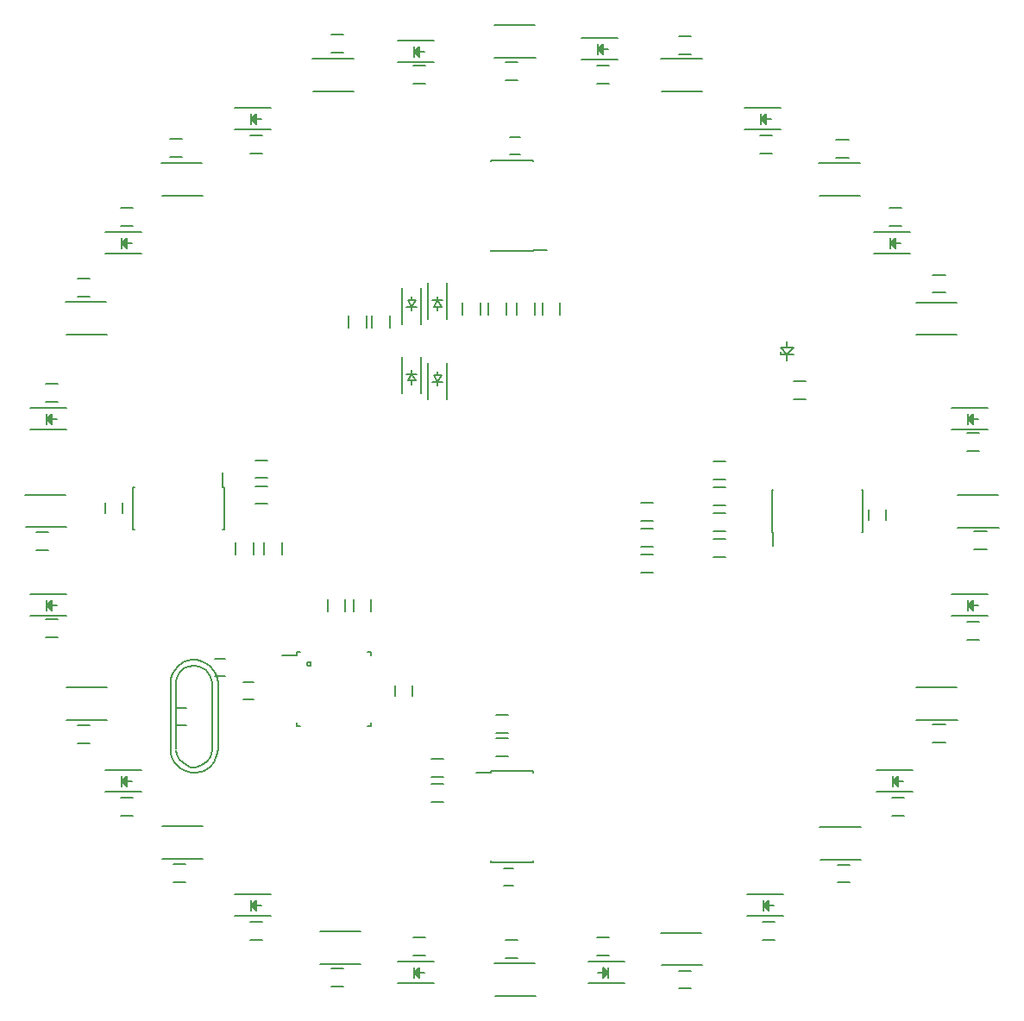
<source format=gbr>
G04 #@! TF.FileFunction,Legend,Top*
%FSLAX46Y46*%
G04 Gerber Fmt 4.6, Leading zero omitted, Abs format (unit mm)*
G04 Created by KiCad (PCBNEW 4.0.2+e4-6225~38~ubuntu14.04.1-stable) date Di 12 Jul 2016 12:55:20 CEST*
%MOMM*%
G01*
G04 APERTURE LIST*
%ADD10C,0.100000*%
%ADD11C,0.200000*%
%ADD12C,0.150000*%
G04 APERTURE END LIST*
D10*
D11*
X80316381Y-115011200D02*
G75*
G03X80316381Y-115011200I-204781J0D01*
G01*
D12*
X98324680Y-55473550D02*
X102324680Y-55473550D01*
X98274680Y-52273550D02*
X102274680Y-52273550D01*
X67833240Y-115443000D02*
X68234560Y-115242340D01*
X68234560Y-115242340D02*
X68834000Y-115140740D01*
X68834000Y-115140740D02*
X69334380Y-115242340D01*
X69334380Y-115242340D02*
X70032880Y-115641120D01*
X70032880Y-115641120D02*
X70434200Y-116243100D01*
X70434200Y-116243100D02*
X70634860Y-116842540D01*
X70634860Y-116842540D02*
X70634860Y-123441460D01*
X70634860Y-123441460D02*
X70434200Y-124142500D01*
X70434200Y-124142500D02*
X70134480Y-124541280D01*
X70134480Y-124541280D02*
X69634100Y-124942600D01*
X69634100Y-124942600D02*
X69034660Y-125143260D01*
X69034660Y-125143260D02*
X68534280Y-125143260D01*
X68534280Y-125143260D02*
X68033900Y-124942600D01*
X68033900Y-124942600D02*
X67434460Y-124442220D01*
X67434460Y-124442220D02*
X67134740Y-123941840D01*
X67134740Y-123941840D02*
X67033140Y-123441460D01*
X67033140Y-123342400D02*
X67033140Y-116740940D01*
X67033140Y-116740940D02*
X67134740Y-116342160D01*
X67134740Y-116342160D02*
X67434460Y-115841780D01*
X67434460Y-115841780D02*
X67934840Y-115341400D01*
X66504820Y-123332240D02*
X66553080Y-123791980D01*
X66553080Y-123791980D02*
X66664840Y-124190760D01*
X66664840Y-124190760D02*
X66883280Y-124622560D01*
X66883280Y-124622560D02*
X67114420Y-124912120D01*
X67114420Y-124912120D02*
X67464940Y-125242320D01*
X67464940Y-125242320D02*
X68003420Y-125531880D01*
X68003420Y-125531880D02*
X68602860Y-125661420D01*
X68602860Y-125661420D02*
X69113400Y-125661420D01*
X69113400Y-125661420D02*
X69814440Y-125491240D01*
X69814440Y-125491240D02*
X70403720Y-125092460D01*
X70403720Y-125092460D02*
X70774560Y-124632720D01*
X70774560Y-124632720D02*
X70982840Y-124211080D01*
X70982840Y-124211080D02*
X71142860Y-123761500D01*
X71142860Y-123761500D02*
X71173340Y-123322080D01*
X70954900Y-115981480D02*
X70733920Y-115603020D01*
X70733920Y-115603020D02*
X70454520Y-115282980D01*
X70454520Y-115282980D02*
X70124320Y-115031520D01*
X70124320Y-115031520D02*
X69573140Y-114731800D01*
X69573140Y-114731800D02*
X69103240Y-114622580D01*
X69103240Y-114622580D02*
X68643500Y-114602260D01*
X68643500Y-114602260D02*
X68183760Y-114691160D01*
X68183760Y-114691160D02*
X67734180Y-114881660D01*
X67734180Y-114881660D02*
X67264280Y-115242340D01*
X67264280Y-115242340D02*
X66944240Y-115592860D01*
X66944240Y-115592860D02*
X66713100Y-115981480D01*
X66713100Y-115981480D02*
X66573400Y-116410740D01*
X66573400Y-116410740D02*
X66504820Y-116852700D01*
X71163180Y-123342400D02*
X71163180Y-116890800D01*
X71163180Y-116890800D02*
X71125080Y-116471700D01*
X71125080Y-116471700D02*
X70954900Y-115981480D01*
X66504820Y-123342400D02*
X66504820Y-116890800D01*
X135040000Y-99830000D02*
X135040000Y-100830000D01*
X136740000Y-100830000D02*
X136740000Y-99830000D01*
X61810000Y-100195000D02*
X61810000Y-99195000D01*
X60110000Y-99195000D02*
X60110000Y-100195000D01*
X99830000Y-64985000D02*
X100830000Y-64985000D01*
X100830000Y-63285000D02*
X99830000Y-63285000D01*
X73668000Y-118452000D02*
X74668000Y-118452000D01*
X74668000Y-116752000D02*
X73668000Y-116752000D01*
X100195000Y-135040000D02*
X99195000Y-135040000D01*
X99195000Y-136740000D02*
X100195000Y-136740000D01*
X67064000Y-120992000D02*
X68064000Y-120992000D01*
X68064000Y-119292000D02*
X67064000Y-119292000D01*
X71874000Y-114466000D02*
X70874000Y-114466000D01*
X70874000Y-116166000D02*
X71874000Y-116166000D01*
X90258000Y-118102000D02*
X90258000Y-117102000D01*
X88558000Y-117102000D02*
X88558000Y-118102000D01*
X143138000Y-110270000D02*
X146738000Y-110270000D01*
X143138000Y-108170000D02*
X146738000Y-108170000D01*
X145188000Y-108920000D02*
X145188000Y-109520000D01*
X145188000Y-109520000D02*
X144888000Y-109220000D01*
X144888000Y-109220000D02*
X145088000Y-109020000D01*
X145088000Y-109020000D02*
X145088000Y-109270000D01*
X145088000Y-109270000D02*
X145038000Y-109220000D01*
X144788000Y-108720000D02*
X144788000Y-109720000D01*
X145288000Y-109220000D02*
X145788000Y-109220000D01*
X144788000Y-109220000D02*
X145288000Y-108720000D01*
X145288000Y-108720000D02*
X145288000Y-109720000D01*
X145288000Y-109720000D02*
X144788000Y-109220000D01*
X52714000Y-110270000D02*
X56314000Y-110270000D01*
X52714000Y-108170000D02*
X56314000Y-108170000D01*
X54764000Y-108920000D02*
X54764000Y-109520000D01*
X54764000Y-109520000D02*
X54464000Y-109220000D01*
X54464000Y-109220000D02*
X54664000Y-109020000D01*
X54664000Y-109020000D02*
X54664000Y-109270000D01*
X54664000Y-109270000D02*
X54614000Y-109220000D01*
X54364000Y-108720000D02*
X54364000Y-109720000D01*
X54864000Y-109220000D02*
X55364000Y-109220000D01*
X54364000Y-109220000D02*
X54864000Y-108720000D01*
X54864000Y-108720000D02*
X54864000Y-109720000D01*
X54864000Y-109720000D02*
X54364000Y-109220000D01*
X135518000Y-74710000D02*
X139118000Y-74710000D01*
X135518000Y-72610000D02*
X139118000Y-72610000D01*
X137568000Y-73360000D02*
X137568000Y-73960000D01*
X137568000Y-73960000D02*
X137268000Y-73660000D01*
X137268000Y-73660000D02*
X137468000Y-73460000D01*
X137468000Y-73460000D02*
X137468000Y-73710000D01*
X137468000Y-73710000D02*
X137418000Y-73660000D01*
X137168000Y-73160000D02*
X137168000Y-74160000D01*
X137668000Y-73660000D02*
X138168000Y-73660000D01*
X137168000Y-73660000D02*
X137668000Y-73160000D01*
X137668000Y-73160000D02*
X137668000Y-74160000D01*
X137668000Y-74160000D02*
X137168000Y-73660000D01*
X88782000Y-55914000D02*
X92382000Y-55914000D01*
X88782000Y-53814000D02*
X92382000Y-53814000D01*
X90832000Y-54564000D02*
X90832000Y-55164000D01*
X90832000Y-55164000D02*
X90532000Y-54864000D01*
X90532000Y-54864000D02*
X90732000Y-54664000D01*
X90732000Y-54664000D02*
X90732000Y-54914000D01*
X90732000Y-54914000D02*
X90682000Y-54864000D01*
X90432000Y-54364000D02*
X90432000Y-55364000D01*
X90932000Y-54864000D02*
X91432000Y-54864000D01*
X90432000Y-54864000D02*
X90932000Y-54364000D01*
X90932000Y-54364000D02*
X90932000Y-55364000D01*
X90932000Y-55364000D02*
X90432000Y-54864000D01*
X52714000Y-91982000D02*
X56314000Y-91982000D01*
X52714000Y-89882000D02*
X56314000Y-89882000D01*
X54764000Y-90632000D02*
X54764000Y-91232000D01*
X54764000Y-91232000D02*
X54464000Y-90932000D01*
X54464000Y-90932000D02*
X54664000Y-90732000D01*
X54664000Y-90732000D02*
X54664000Y-90982000D01*
X54664000Y-90982000D02*
X54614000Y-90932000D01*
X54364000Y-90432000D02*
X54364000Y-91432000D01*
X54864000Y-90932000D02*
X55364000Y-90932000D01*
X54364000Y-90932000D02*
X54864000Y-90432000D01*
X54864000Y-90432000D02*
X54864000Y-91432000D01*
X54864000Y-91432000D02*
X54364000Y-90932000D01*
X60080000Y-74710000D02*
X63680000Y-74710000D01*
X60080000Y-72610000D02*
X63680000Y-72610000D01*
X62130000Y-73360000D02*
X62130000Y-73960000D01*
X62130000Y-73960000D02*
X61830000Y-73660000D01*
X61830000Y-73660000D02*
X62030000Y-73460000D01*
X62030000Y-73460000D02*
X62030000Y-73710000D01*
X62030000Y-73710000D02*
X61980000Y-73660000D01*
X61730000Y-73160000D02*
X61730000Y-74160000D01*
X62230000Y-73660000D02*
X62730000Y-73660000D01*
X61730000Y-73660000D02*
X62230000Y-73160000D01*
X62230000Y-73160000D02*
X62230000Y-74160000D01*
X62230000Y-74160000D02*
X61730000Y-73660000D01*
X72780000Y-62518000D02*
X76380000Y-62518000D01*
X72780000Y-60418000D02*
X76380000Y-60418000D01*
X74830000Y-61168000D02*
X74830000Y-61768000D01*
X74830000Y-61768000D02*
X74530000Y-61468000D01*
X74530000Y-61468000D02*
X74730000Y-61268000D01*
X74730000Y-61268000D02*
X74730000Y-61518000D01*
X74730000Y-61518000D02*
X74680000Y-61468000D01*
X74430000Y-60968000D02*
X74430000Y-61968000D01*
X74930000Y-61468000D02*
X75430000Y-61468000D01*
X74430000Y-61468000D02*
X74930000Y-60968000D01*
X74930000Y-60968000D02*
X74930000Y-61968000D01*
X74930000Y-61968000D02*
X74430000Y-61468000D01*
X88782000Y-146338000D02*
X92382000Y-146338000D01*
X88782000Y-144238000D02*
X92382000Y-144238000D01*
X90832000Y-144988000D02*
X90832000Y-145588000D01*
X90832000Y-145588000D02*
X90532000Y-145288000D01*
X90532000Y-145288000D02*
X90732000Y-145088000D01*
X90732000Y-145088000D02*
X90732000Y-145338000D01*
X90732000Y-145338000D02*
X90682000Y-145288000D01*
X90432000Y-144788000D02*
X90432000Y-145788000D01*
X90932000Y-145288000D02*
X91432000Y-145288000D01*
X90432000Y-145288000D02*
X90932000Y-144788000D01*
X90932000Y-144788000D02*
X90932000Y-145788000D01*
X90932000Y-145788000D02*
X90432000Y-145288000D01*
X111116000Y-144238000D02*
X107516000Y-144238000D01*
X111116000Y-146338000D02*
X107516000Y-146338000D01*
X109066000Y-145588000D02*
X109066000Y-144988000D01*
X109066000Y-144988000D02*
X109366000Y-145288000D01*
X109366000Y-145288000D02*
X109166000Y-145488000D01*
X109166000Y-145488000D02*
X109166000Y-145238000D01*
X109166000Y-145238000D02*
X109216000Y-145288000D01*
X109466000Y-145788000D02*
X109466000Y-144788000D01*
X108966000Y-145288000D02*
X108466000Y-145288000D01*
X109466000Y-145288000D02*
X108966000Y-145788000D01*
X108966000Y-145788000D02*
X108966000Y-144788000D01*
X108966000Y-144788000D02*
X109466000Y-145288000D01*
X122818000Y-62518000D02*
X126418000Y-62518000D01*
X122818000Y-60418000D02*
X126418000Y-60418000D01*
X124868000Y-61168000D02*
X124868000Y-61768000D01*
X124868000Y-61768000D02*
X124568000Y-61468000D01*
X124568000Y-61468000D02*
X124768000Y-61268000D01*
X124768000Y-61268000D02*
X124768000Y-61518000D01*
X124768000Y-61518000D02*
X124718000Y-61468000D01*
X124468000Y-60968000D02*
X124468000Y-61968000D01*
X124968000Y-61468000D02*
X125468000Y-61468000D01*
X124468000Y-61468000D02*
X124968000Y-60968000D01*
X124968000Y-60968000D02*
X124968000Y-61968000D01*
X124968000Y-61968000D02*
X124468000Y-61468000D01*
X106816000Y-55660000D02*
X110416000Y-55660000D01*
X106816000Y-53560000D02*
X110416000Y-53560000D01*
X108866000Y-54310000D02*
X108866000Y-54910000D01*
X108866000Y-54910000D02*
X108566000Y-54610000D01*
X108566000Y-54610000D02*
X108766000Y-54410000D01*
X108766000Y-54410000D02*
X108766000Y-54660000D01*
X108766000Y-54660000D02*
X108716000Y-54610000D01*
X108466000Y-54110000D02*
X108466000Y-55110000D01*
X108966000Y-54610000D02*
X109466000Y-54610000D01*
X108466000Y-54610000D02*
X108966000Y-54110000D01*
X108966000Y-54110000D02*
X108966000Y-55110000D01*
X108966000Y-55110000D02*
X108466000Y-54610000D01*
X123072000Y-139734000D02*
X126672000Y-139734000D01*
X123072000Y-137634000D02*
X126672000Y-137634000D01*
X125122000Y-138384000D02*
X125122000Y-138984000D01*
X125122000Y-138984000D02*
X124822000Y-138684000D01*
X124822000Y-138684000D02*
X125022000Y-138484000D01*
X125022000Y-138484000D02*
X125022000Y-138734000D01*
X125022000Y-138734000D02*
X124972000Y-138684000D01*
X124722000Y-138184000D02*
X124722000Y-139184000D01*
X125222000Y-138684000D02*
X125722000Y-138684000D01*
X124722000Y-138684000D02*
X125222000Y-138184000D01*
X125222000Y-138184000D02*
X125222000Y-139184000D01*
X125222000Y-139184000D02*
X124722000Y-138684000D01*
X72780000Y-139734000D02*
X76380000Y-139734000D01*
X72780000Y-137634000D02*
X76380000Y-137634000D01*
X74830000Y-138384000D02*
X74830000Y-138984000D01*
X74830000Y-138984000D02*
X74530000Y-138684000D01*
X74530000Y-138684000D02*
X74730000Y-138484000D01*
X74730000Y-138484000D02*
X74730000Y-138734000D01*
X74730000Y-138734000D02*
X74680000Y-138684000D01*
X74430000Y-138184000D02*
X74430000Y-139184000D01*
X74930000Y-138684000D02*
X75430000Y-138684000D01*
X74430000Y-138684000D02*
X74930000Y-138184000D01*
X74930000Y-138184000D02*
X74930000Y-139184000D01*
X74930000Y-139184000D02*
X74430000Y-138684000D01*
X143138000Y-91982000D02*
X146738000Y-91982000D01*
X143138000Y-89882000D02*
X146738000Y-89882000D01*
X145188000Y-90632000D02*
X145188000Y-91232000D01*
X145188000Y-91232000D02*
X144888000Y-90932000D01*
X144888000Y-90932000D02*
X145088000Y-90732000D01*
X145088000Y-90732000D02*
X145088000Y-90982000D01*
X145088000Y-90982000D02*
X145038000Y-90932000D01*
X144788000Y-90432000D02*
X144788000Y-91432000D01*
X145288000Y-90932000D02*
X145788000Y-90932000D01*
X144788000Y-90932000D02*
X145288000Y-90432000D01*
X145288000Y-90432000D02*
X145288000Y-91432000D01*
X145288000Y-91432000D02*
X144788000Y-90932000D01*
X135772000Y-127542000D02*
X139372000Y-127542000D01*
X135772000Y-125442000D02*
X139372000Y-125442000D01*
X137822000Y-126192000D02*
X137822000Y-126792000D01*
X137822000Y-126792000D02*
X137522000Y-126492000D01*
X137522000Y-126492000D02*
X137722000Y-126292000D01*
X137722000Y-126292000D02*
X137722000Y-126542000D01*
X137722000Y-126542000D02*
X137672000Y-126492000D01*
X137422000Y-125992000D02*
X137422000Y-126992000D01*
X137922000Y-126492000D02*
X138422000Y-126492000D01*
X137422000Y-126492000D02*
X137922000Y-125992000D01*
X137922000Y-125992000D02*
X137922000Y-126992000D01*
X137922000Y-126992000D02*
X137422000Y-126492000D01*
X60080000Y-127542000D02*
X63680000Y-127542000D01*
X60080000Y-125442000D02*
X63680000Y-125442000D01*
X62130000Y-126192000D02*
X62130000Y-126792000D01*
X62130000Y-126792000D02*
X61830000Y-126492000D01*
X61830000Y-126492000D02*
X62030000Y-126292000D01*
X62030000Y-126292000D02*
X62030000Y-126542000D01*
X62030000Y-126542000D02*
X61980000Y-126492000D01*
X61730000Y-125992000D02*
X61730000Y-126992000D01*
X62230000Y-126492000D02*
X62730000Y-126492000D01*
X61730000Y-126492000D02*
X62230000Y-125992000D01*
X62230000Y-125992000D02*
X62230000Y-126992000D01*
X62230000Y-126992000D02*
X61730000Y-126492000D01*
X134237720Y-131038650D02*
X130237720Y-131038650D01*
X134287720Y-134238650D02*
X130287720Y-134238650D01*
X143686520Y-117322650D02*
X139686520Y-117322650D01*
X143736520Y-120522650D02*
X139736520Y-120522650D01*
X143661120Y-79502050D02*
X139661120Y-79502050D01*
X143711120Y-82702050D02*
X139711120Y-82702050D01*
X147750520Y-98425050D02*
X143750520Y-98425050D01*
X147800520Y-101625050D02*
X143800520Y-101625050D01*
X65660280Y-69037150D02*
X69660280Y-69037150D01*
X65610280Y-65837150D02*
X69610280Y-65837150D01*
X56287680Y-82676950D02*
X60287680Y-82676950D01*
X56237680Y-79476950D02*
X60237680Y-79476950D01*
X56313080Y-120522950D02*
X60313080Y-120522950D01*
X56263080Y-117322950D02*
X60263080Y-117322950D01*
X52299880Y-101574550D02*
X56299880Y-101574550D01*
X52249880Y-98374550D02*
X56249880Y-98374550D01*
X134161520Y-65811450D02*
X130161520Y-65811450D01*
X134211520Y-69011450D02*
X130211520Y-69011450D01*
X118667520Y-55600650D02*
X114667520Y-55600650D01*
X118717520Y-58800650D02*
X114717520Y-58800650D01*
X84453720Y-55549850D02*
X80453720Y-55549850D01*
X84503720Y-58749850D02*
X80503720Y-58749850D01*
X65711080Y-134137350D02*
X69711080Y-134137350D01*
X65661080Y-130937350D02*
X69661080Y-130937350D01*
X81205080Y-144449750D02*
X85205080Y-144449750D01*
X81155080Y-141249750D02*
X85155080Y-141249750D01*
X118649720Y-141399850D02*
X114649720Y-141399850D01*
X118699720Y-144599850D02*
X114699720Y-144599850D01*
X98350280Y-147600150D02*
X102350280Y-147600150D01*
X98300280Y-144400150D02*
X102300280Y-144400150D01*
X78925000Y-113850000D02*
X78925000Y-114175000D01*
X86175000Y-113850000D02*
X86175000Y-114175000D01*
X86175000Y-121100000D02*
X86175000Y-120775000D01*
X78925000Y-121100000D02*
X78925000Y-120775000D01*
X78925000Y-113850000D02*
X79250000Y-113850000D01*
X78925000Y-121100000D02*
X79250000Y-121100000D01*
X86175000Y-121100000D02*
X85850000Y-121100000D01*
X86175000Y-113850000D02*
X85850000Y-113850000D01*
X78925000Y-114175000D02*
X77500000Y-114175000D01*
X145888000Y-112635000D02*
X144688000Y-112635000D01*
X144688000Y-110885000D02*
X145888000Y-110885000D01*
X55464000Y-112381000D02*
X54264000Y-112381000D01*
X54264000Y-110631000D02*
X55464000Y-110631000D01*
X138268000Y-71995000D02*
X137068000Y-71995000D01*
X137068000Y-70245000D02*
X138268000Y-70245000D01*
X91532000Y-58025000D02*
X90332000Y-58025000D01*
X90332000Y-56275000D02*
X91532000Y-56275000D01*
X131988000Y-134710200D02*
X133188000Y-134710200D01*
X133188000Y-136460200D02*
X131988000Y-136460200D01*
X141335200Y-120943400D02*
X142535200Y-120943400D01*
X142535200Y-122693400D02*
X141335200Y-122693400D01*
X141335200Y-76798200D02*
X142535200Y-76798200D01*
X142535200Y-78548200D02*
X141335200Y-78548200D01*
X145399200Y-101995000D02*
X146599200Y-101995000D01*
X146599200Y-103745000D02*
X145399200Y-103745000D01*
X120996000Y-101967000D02*
X119796000Y-101967000D01*
X119796000Y-100217000D02*
X120996000Y-100217000D01*
X120996000Y-104507000D02*
X119796000Y-104507000D01*
X119796000Y-102757000D02*
X120996000Y-102757000D01*
X120996000Y-99427000D02*
X119796000Y-99427000D01*
X119796000Y-97677000D02*
X120996000Y-97677000D01*
X120996000Y-96887000D02*
X119796000Y-96887000D01*
X119796000Y-95137000D02*
X120996000Y-95137000D01*
X55464000Y-89267000D02*
X54264000Y-89267000D01*
X54264000Y-87517000D02*
X55464000Y-87517000D01*
X62855400Y-71995000D02*
X61655400Y-71995000D01*
X61655400Y-70245000D02*
X62855400Y-70245000D01*
X75530000Y-64883000D02*
X74330000Y-64883000D01*
X74330000Y-63133000D02*
X75530000Y-63133000D01*
X91532000Y-143623000D02*
X90332000Y-143623000D01*
X90332000Y-141873000D02*
X91532000Y-141873000D01*
X67656000Y-65238600D02*
X66456000Y-65238600D01*
X66456000Y-63488600D02*
X67656000Y-63488600D01*
X58562800Y-78929200D02*
X57362800Y-78929200D01*
X57362800Y-77179200D02*
X58562800Y-77179200D01*
X58613600Y-122795000D02*
X57413600Y-122795000D01*
X57413600Y-121045000D02*
X58613600Y-121045000D01*
X54549600Y-103795800D02*
X53349600Y-103795800D01*
X53349600Y-102045800D02*
X54549600Y-102045800D01*
X74839000Y-97550000D02*
X76039000Y-97550000D01*
X76039000Y-99300000D02*
X74839000Y-99300000D01*
X74839000Y-95010000D02*
X76039000Y-95010000D01*
X76039000Y-96760000D02*
X74839000Y-96760000D01*
X77456000Y-103032000D02*
X77456000Y-104232000D01*
X75706000Y-104232000D02*
X75706000Y-103032000D01*
X74662000Y-103032000D02*
X74662000Y-104232000D01*
X72912000Y-104232000D02*
X72912000Y-103032000D01*
X108366000Y-141873000D02*
X109566000Y-141873000D01*
X109566000Y-143623000D02*
X108366000Y-143623000D01*
X125568000Y-64883000D02*
X124368000Y-64883000D01*
X124368000Y-63133000D02*
X125568000Y-63133000D01*
X109566000Y-58025000D02*
X108366000Y-58025000D01*
X108366000Y-56275000D02*
X109566000Y-56275000D01*
X125822000Y-142099000D02*
X124622000Y-142099000D01*
X124622000Y-140349000D02*
X125822000Y-140349000D01*
X131861000Y-63539400D02*
X133061000Y-63539400D01*
X133061000Y-65289400D02*
X131861000Y-65289400D01*
X116417800Y-53404800D02*
X117617800Y-53404800D01*
X117617800Y-55154800D02*
X116417800Y-55154800D01*
X82280200Y-53227000D02*
X83480200Y-53227000D01*
X83480200Y-54977000D02*
X82280200Y-54977000D01*
X100574400Y-57694800D02*
X99374400Y-57694800D01*
X99374400Y-55944800D02*
X100574400Y-55944800D01*
X102237000Y-79506000D02*
X102237000Y-80706000D01*
X100487000Y-80706000D02*
X100487000Y-79506000D01*
X104761000Y-79537000D02*
X104761000Y-80737000D01*
X103011000Y-80737000D02*
X103011000Y-79537000D01*
X99443000Y-79506000D02*
X99443000Y-80706000D01*
X97693000Y-80706000D02*
X97693000Y-79506000D01*
X96903000Y-79506000D02*
X96903000Y-80706000D01*
X95153000Y-80706000D02*
X95153000Y-79506000D01*
X75530000Y-142099000D02*
X74330000Y-142099000D01*
X74330000Y-140349000D02*
X75530000Y-140349000D01*
X145888000Y-94093000D02*
X144688000Y-94093000D01*
X144688000Y-92343000D02*
X145888000Y-92343000D01*
X138522000Y-129907000D02*
X137322000Y-129907000D01*
X137322000Y-128157000D02*
X138522000Y-128157000D01*
X62830000Y-129907000D02*
X61630000Y-129907000D01*
X61630000Y-128157000D02*
X62830000Y-128157000D01*
X67960800Y-136409400D02*
X66760800Y-136409400D01*
X66760800Y-134659400D02*
X67960800Y-134659400D01*
X83505600Y-146671000D02*
X82305600Y-146671000D01*
X82305600Y-144921000D02*
X83505600Y-144921000D01*
X116400000Y-145125000D02*
X117600000Y-145125000D01*
X117600000Y-146875000D02*
X116400000Y-146875000D01*
X100600000Y-143875000D02*
X99400000Y-143875000D01*
X99400000Y-142125000D02*
X100600000Y-142125000D01*
X93310000Y-126097000D02*
X92110000Y-126097000D01*
X92110000Y-124347000D02*
X93310000Y-124347000D01*
X93320160Y-128545560D02*
X92120160Y-128545560D01*
X92120160Y-126795560D02*
X93320160Y-126795560D01*
X99660000Y-124065000D02*
X98460000Y-124065000D01*
X98460000Y-122315000D02*
X99660000Y-122315000D01*
X99660000Y-121779000D02*
X98460000Y-121779000D01*
X98460000Y-120029000D02*
X99660000Y-120029000D01*
X83977000Y-81976000D02*
X83977000Y-80776000D01*
X85727000Y-80776000D02*
X85727000Y-81976000D01*
X86263000Y-81976000D02*
X86263000Y-80776000D01*
X88013000Y-80776000D02*
X88013000Y-81976000D01*
X83679000Y-108620000D02*
X83679000Y-109820000D01*
X81929000Y-109820000D02*
X81929000Y-108620000D01*
X86219000Y-108620000D02*
X86219000Y-109820000D01*
X84469000Y-109820000D02*
X84469000Y-108620000D01*
X125550000Y-102075000D02*
X125665000Y-102075000D01*
X125550000Y-97925000D02*
X125665000Y-97925000D01*
X134450000Y-97925000D02*
X134335000Y-97925000D01*
X134450000Y-102075000D02*
X134335000Y-102075000D01*
X125550000Y-102075000D02*
X125550000Y-97925000D01*
X134450000Y-102075000D02*
X134450000Y-97925000D01*
X125665000Y-102075000D02*
X125665000Y-103450000D01*
X71760000Y-97620000D02*
X71645000Y-97620000D01*
X71760000Y-101770000D02*
X71645000Y-101770000D01*
X62860000Y-101770000D02*
X62975000Y-101770000D01*
X62860000Y-97620000D02*
X62975000Y-97620000D01*
X71760000Y-97620000D02*
X71760000Y-101770000D01*
X62860000Y-97620000D02*
X62860000Y-101770000D01*
X71645000Y-97620000D02*
X71645000Y-96245000D01*
X102075000Y-74450000D02*
X102075000Y-74335000D01*
X97925000Y-74450000D02*
X97925000Y-74335000D01*
X97925000Y-65550000D02*
X97925000Y-65665000D01*
X102075000Y-65550000D02*
X102075000Y-65665000D01*
X102075000Y-74450000D02*
X97925000Y-74450000D01*
X102075000Y-65550000D02*
X97925000Y-65550000D01*
X102075000Y-74335000D02*
X103450000Y-74335000D01*
X97925000Y-125550000D02*
X97925000Y-125665000D01*
X102075000Y-125550000D02*
X102075000Y-125665000D01*
X102075000Y-134450000D02*
X102075000Y-134335000D01*
X97925000Y-134450000D02*
X97925000Y-134335000D01*
X97925000Y-125550000D02*
X102075000Y-125550000D01*
X97925000Y-134450000D02*
X102075000Y-134450000D01*
X97925000Y-125665000D02*
X96550000Y-125665000D01*
X92710000Y-79946500D02*
X92710000Y-80327500D01*
X92710000Y-78930500D02*
X92710000Y-79311500D01*
X92710000Y-79311500D02*
X93091000Y-79946500D01*
X93091000Y-79946500D02*
X92329000Y-79946500D01*
X92329000Y-79946500D02*
X92710000Y-79311500D01*
X93218000Y-79311500D02*
X92202000Y-79311500D01*
X91810000Y-77629000D02*
X91810000Y-81169000D01*
X93610000Y-77629000D02*
X93610000Y-81169000D01*
X90170000Y-79311500D02*
X90170000Y-78930500D01*
X90170000Y-80327500D02*
X90170000Y-79946500D01*
X90170000Y-79946500D02*
X89789000Y-79311500D01*
X89789000Y-79311500D02*
X90551000Y-79311500D01*
X90551000Y-79311500D02*
X90170000Y-79946500D01*
X89662000Y-79946500D02*
X90678000Y-79946500D01*
X91070000Y-81629000D02*
X91070000Y-78089000D01*
X89270000Y-81629000D02*
X89270000Y-78089000D01*
X92710000Y-86677500D02*
X92710000Y-86296500D01*
X92710000Y-87693500D02*
X92710000Y-87312500D01*
X92710000Y-87312500D02*
X92329000Y-86677500D01*
X92329000Y-86677500D02*
X93091000Y-86677500D01*
X93091000Y-86677500D02*
X92710000Y-87312500D01*
X92202000Y-87312500D02*
X93218000Y-87312500D01*
X93610000Y-88995000D02*
X93610000Y-85455000D01*
X91810000Y-88995000D02*
X91810000Y-85455000D01*
X90170000Y-87185500D02*
X90170000Y-87566500D01*
X90170000Y-86169500D02*
X90170000Y-86550500D01*
X90170000Y-86550500D02*
X90551000Y-87185500D01*
X90551000Y-87185500D02*
X89789000Y-87185500D01*
X89789000Y-87185500D02*
X90170000Y-86550500D01*
X90678000Y-86550500D02*
X89662000Y-86550500D01*
X89270000Y-84868000D02*
X89270000Y-88408000D01*
X91070000Y-84868000D02*
X91070000Y-88408000D01*
X126365000Y-84328000D02*
X126365000Y-84455000D01*
X126365000Y-84582000D02*
X126365000Y-84455000D01*
X127000000Y-84582000D02*
X127000000Y-85217000D01*
X127000000Y-83947000D02*
X127000000Y-83312000D01*
X127635000Y-83947000D02*
X127000000Y-84582000D01*
X127000000Y-84582000D02*
X126365000Y-83947000D01*
X126365000Y-83947000D02*
X127635000Y-83947000D01*
X127635000Y-84582000D02*
X126365000Y-84582000D01*
X112684000Y-104281000D02*
X113884000Y-104281000D01*
X113884000Y-106031000D02*
X112684000Y-106031000D01*
X112684000Y-101741000D02*
X113884000Y-101741000D01*
X113884000Y-103491000D02*
X112684000Y-103491000D01*
X112684000Y-99201000D02*
X113884000Y-99201000D01*
X113884000Y-100951000D02*
X112684000Y-100951000D01*
X128870000Y-89013000D02*
X127670000Y-89013000D01*
X127670000Y-87263000D02*
X128870000Y-87263000D01*
M02*

</source>
